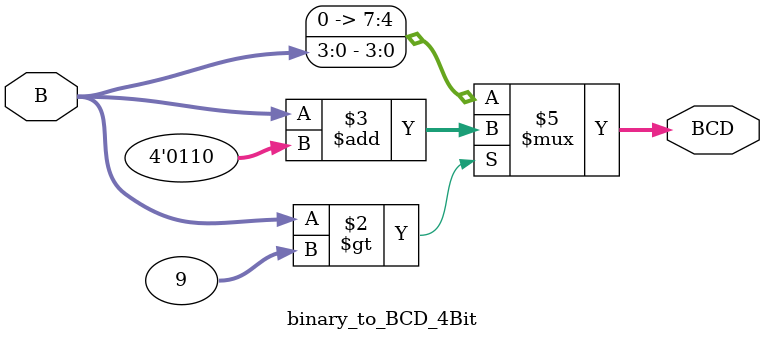
<source format=sv>
module binary_to_BCD_4Bit(BCD, B);
  input [3:0] B;
  output reg [7:0] BCD;
  
  parameter ADD_SIX = 4'b0110; 

  always @(*) begin
    if (B > 9)
      BCD = B + ADD_SIX;  
    else
      BCD = B;          
  end
endmodule

</source>
